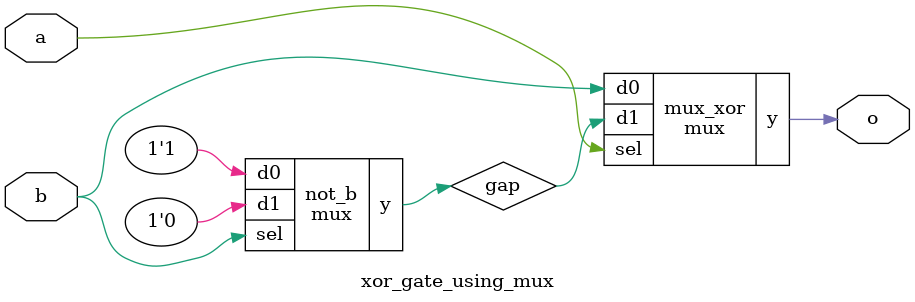
<source format=sv>

module mux
(
  input  d0, d1,
  input  sel,
  output y
);

  assign y = sel ? d1 : d0;

endmodule

//----------------------------------------------------------------------------
// Task
//----------------------------------------------------------------------------

module xor_gate_using_mux
(
    input  a,
    input  b,
    output o
);

  // Task:
  // Implement xor gate using instance(s) of mux,
  // constants 0 and 1, and wire connections

  wire gap;

  mux not_b
  (
    .sel(b),
    .d1(0), .d0(1),
    .y(gap)
  );

  mux mux_xor
  (
    .sel(a),
    .d1(gap), .d0(b),
    .y(o)
  );

endmodule

</source>
